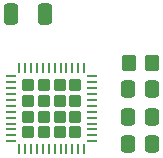
<source format=gtp>
G04 #@! TF.GenerationSoftware,KiCad,Pcbnew,8.0.1-8.0.1-1~ubuntu22.04.1*
G04 #@! TF.CreationDate,2024-05-09T18:35:13+02:00*
G04 #@! TF.ProjectId,FCK_SM-028_V1.3,46434b5f-534d-42d3-9032-385f56312e33,rev?*
G04 #@! TF.SameCoordinates,Original*
G04 #@! TF.FileFunction,Paste,Top*
G04 #@! TF.FilePolarity,Positive*
%FSLAX46Y46*%
G04 Gerber Fmt 4.6, Leading zero omitted, Abs format (unit mm)*
G04 Created by KiCad (PCBNEW 8.0.1-8.0.1-1~ubuntu22.04.1) date 2024-05-09 18:35:13*
%MOMM*%
%LPD*%
G01*
G04 APERTURE LIST*
G04 Aperture macros list*
%AMRoundRect*
0 Rectangle with rounded corners*
0 $1 Rounding radius*
0 $2 $3 $4 $5 $6 $7 $8 $9 X,Y pos of 4 corners*
0 Add a 4 corners polygon primitive as box body*
4,1,4,$2,$3,$4,$5,$6,$7,$8,$9,$2,$3,0*
0 Add four circle primitives for the rounded corners*
1,1,$1+$1,$2,$3*
1,1,$1+$1,$4,$5*
1,1,$1+$1,$6,$7*
1,1,$1+$1,$8,$9*
0 Add four rect primitives between the rounded corners*
20,1,$1+$1,$2,$3,$4,$5,0*
20,1,$1+$1,$4,$5,$6,$7,0*
20,1,$1+$1,$6,$7,$8,$9,0*
20,1,$1+$1,$8,$9,$2,$3,0*%
G04 Aperture macros list end*
%ADD10RoundRect,0.250000X-0.337500X-0.475000X0.337500X-0.475000X0.337500X0.475000X-0.337500X0.475000X0*%
%ADD11RoundRect,0.250000X-0.285000X-0.285000X0.285000X-0.285000X0.285000X0.285000X-0.285000X0.285000X0*%
%ADD12RoundRect,0.062500X-0.337500X-0.062500X0.337500X-0.062500X0.337500X0.062500X-0.337500X0.062500X0*%
%ADD13RoundRect,0.062500X-0.062500X-0.337500X0.062500X-0.337500X0.062500X0.337500X-0.062500X0.337500X0*%
%ADD14RoundRect,0.250000X-0.350000X-0.450000X0.350000X-0.450000X0.350000X0.450000X-0.350000X0.450000X0*%
%ADD15RoundRect,0.250000X0.350000X0.650000X-0.350000X0.650000X-0.350000X-0.650000X0.350000X-0.650000X0*%
%ADD16RoundRect,0.250000X0.337500X0.475000X-0.337500X0.475000X-0.337500X-0.475000X0.337500X-0.475000X0*%
G04 APERTURE END LIST*
D10*
X141052500Y-91650000D03*
X143127500Y-91650000D03*
X141052500Y-96240000D03*
X143127500Y-96240000D03*
D11*
X132620000Y-91300000D03*
X132620000Y-92620000D03*
X132620000Y-93940000D03*
X132620000Y-95260000D03*
X133940000Y-91300000D03*
X133940000Y-92620000D03*
X133940000Y-93940000D03*
X133940000Y-95260000D03*
X135260000Y-91300000D03*
X135260000Y-92620000D03*
X135260000Y-93940000D03*
X135260000Y-95260000D03*
X136580000Y-91300000D03*
X136580000Y-92620000D03*
X136580000Y-93940000D03*
X136580000Y-95260000D03*
D12*
X131150000Y-90530000D03*
X131150000Y-91030000D03*
X131150000Y-91530000D03*
X131150000Y-92030000D03*
X131150000Y-92530000D03*
X131150000Y-93030000D03*
X131150000Y-93530000D03*
X131150000Y-94030000D03*
X131150000Y-94530000D03*
X131150000Y-95030000D03*
X131150000Y-95530000D03*
X131150000Y-96030000D03*
D13*
X131850000Y-96730000D03*
X132350000Y-96730000D03*
X132850000Y-96730000D03*
X133350000Y-96730000D03*
X133850000Y-96730000D03*
X134350000Y-96730000D03*
X134850000Y-96730000D03*
X135350000Y-96730000D03*
X135850000Y-96730000D03*
X136350000Y-96730000D03*
X136850000Y-96730000D03*
X137350000Y-96730000D03*
D12*
X138050000Y-96030000D03*
X138050000Y-95530000D03*
X138050000Y-95030000D03*
X138050000Y-94530000D03*
X138050000Y-94030000D03*
X138050000Y-93530000D03*
X138050000Y-93030000D03*
X138050000Y-92530000D03*
X138050000Y-92030000D03*
X138050000Y-91530000D03*
X138050000Y-91030000D03*
X138050000Y-90530000D03*
D13*
X137350000Y-89830000D03*
X136850000Y-89830000D03*
X136350000Y-89830000D03*
X135850000Y-89830000D03*
X135350000Y-89830000D03*
X134850000Y-89830000D03*
X134350000Y-89830000D03*
X133850000Y-89830000D03*
X133350000Y-89830000D03*
X132850000Y-89830000D03*
X132350000Y-89830000D03*
X131850000Y-89830000D03*
D14*
X141120000Y-89410000D03*
X143120000Y-89410000D03*
D15*
X134050000Y-85250000D03*
X131150000Y-85250000D03*
D16*
X143127500Y-93940000D03*
X141052500Y-93940000D03*
M02*

</source>
